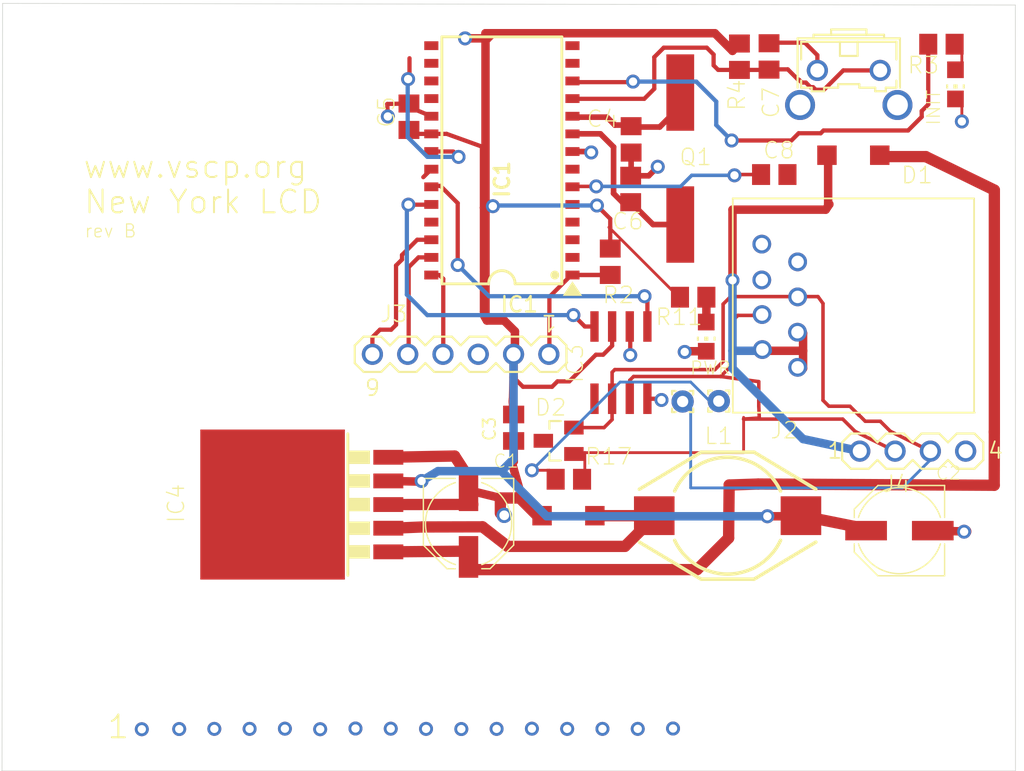
<source format=kicad_pcb>
(kicad_pcb (version 20241229) (generator "pcbnew") (generator_version "9.0")
  (layers (0 "F.Cu" signal) (4 "In1.Cu" signal) (6 "In2.Cu" signal) (8 "In3.Cu" signal) (10 "In4.Cu" signal) (2 "B.Cu" signal) (13 "F.Paste" user) (15 "B.Paste" user) (5 "F.SilkS" user "F.Silkscreen") (7 "B.SilkS" user "B.Silkscreen") (1 "F.Mask" user) (3 "B.Mask" user) (25 "Edge.Cuts" user))
  (net 0 "")
  (net 1 "+12V")
  (net 2 "VREF")
  (net 3 "GND")
  (net 4 "VCC")
  (net 5 "TXCAN")
  (net 6 "N$4")
  (net 7 "N$6")
  (net 8 "RXCAN")
  (net 9 "N$5")
  (net 10 "N$12")
  (net 11 "O1")
  (net 12 "O2")
  (net 13 "O3")
  (net 14 "I2")
  (net 15 "I3")
  (net 16 "N$3")
  (net 17 "N$1")
  (net 18 "N$2")
  (net 19 "N$7")
  (net 20 "I1")
  (net 21 "O4")
  (net 22 "N$20")
  (net 23 "N$8")
  (net 24 "N$9")
  (net 25 "N$10")
  (net 26 "N$11")
  (net 27 "N$13")
  (net 28 "N$14")
  (net 29 "N$15")
  (net 30 "N$16")
  (net 31 "N$17")
  (net 32 "N$18")
  (net 33 "N$19")
  (net 34 "N$21")
  (net 35 "N$22")
  (net 36 "N$23")
  (net 37 "N$24")
  (net 38 "N$25")
  (net 39 "N$28")
  (net 40 "CANL")
  (net 41 "N$29")
  (net 42 "N$30")
  (footprint "new_york_rev_B:1,6_0,8" (layer "F.Cu") (at 163.6383 106.008)
    (property "Reference" "PAD1" (hide yes))
    (property "Value" "")
  )
  (footprint "new_york_rev_B:C0805" (layer "F.Cu") (at 167.6328 89.7001 180)
    (property "Reference" "C8")
    (property "Value" "10 uF" (hide yes))
  )
  (footprint "new_york_rev_B:CHIP-LED0805" (layer "F.Cu") (at 162.7361 101.3686 180)
    (property "Reference" "LED9" (hide yes))
    (property "Value" "red" (hide yes))
  )
  (footprint "new_york_rev_B:C0805" (layer "F.Cu") (at 167.2561 81.1986 -90)
    (property "Reference" "C7")
    (property "Value" "0.1uF" (hide yes))
  )
  (footprint "new_york_rev_B:SOD123" (layer "F.Cu") (at 173.3261 88.3086 180)
    (property "Reference" "D1")
    (property "Value" "S1D" (hide yes))
  )
  (footprint "new_york_rev_B:SO-08" (layer "F.Cu") (at 156.5961 103.2386 180)
    (property "Reference" "IC3")
    (property "Value" "MCP2551SN" (hide yes))
  )
  (footprint "new_york_rev_B:R0805" (layer "F.Cu") (at 165.1261 81.2186 90)
    (property "Reference" "R4")
    (property "Value" "10K" (hide yes))
  )
  (footprint "new_york_rev_B:RJ-45" (layer "F.Cu") (at 175.6661 99.1286 90)
    (property "Reference" "J2")
    (property "Value" "A00-108-220-450" (hide yes))
  )
  (footprint "new_york_rev_B:TO263-5" (layer "F.Cu") (at 134.0601 113.4562 90)
    (property "Reference" "IC4")
    (property "Value" "LM2575S" (hide yes))
  )
  (footprint "new_york_rev_B:C0805" (layer "F.Cu") (at 157.3287 87.1694 90)
    (property "Reference" "C4")
    (property "Value" "15pF" (hide yes))
  )
  (footprint "new_york_rev_B:0805" (layer "F.Cu") (at 148.8725 107.9253 90)
    (property "Reference" "C3")
    (property "Value" "100nF" (hide yes))
  )
  (footprint "new_york_rev_B:1,6_0,8" (layer "F.Cu") (at 161.0364 106.0382)
    (property "Reference" "PAD2" (hide yes))
    (property "Value" "")
  )
  (footprint "new_york_rev_B:MA04-1" (layer "F.Cu") (at 177.5994 109.6106)
    (property "Reference" "J4")
    (property "Value" "")
  )
  (footprint "new_york_rev_B:R0805" (layer "F.Cu") (at 161.7961 98.5286 180)
    (property "Reference" "R11")
    (property "Value" "1K" (hide yes))
  )
  (footprint "new_york_rev_B:9C" (layer "F.Cu") (at 160.8661 88.5386 -90)
    (property "Reference" "Q1")
    (property "Value" "10 MHz" (hide yes))
  )
  (footprint "new_york_rev_B:B3F-31XX" (layer "F.Cu") (at 172.9961 83.4486 180)
    (property "Reference" "S1" (hide yes))
    (property "Value" "")
  )
  (footprint "new_york_rev_B:C0805" (layer "F.Cu") (at 157.2977 90.74 -90)
    (property "Reference" "C6")
    (property "Value" "15pF" (hide yes))
  )
  (footprint "new_york_rev_B:PANASONIC_D" (layer "F.Cu") (at 176.6437 115.3328 180)
    (property "Reference" "C2")
    (property "Value" "330uF" (hide yes))
  )
  (footprint "new_york_rev_B:R0805" (layer "F.Cu") (at 179.6661 80.3186 180)
    (property "Reference" "R3")
    (property "Value" "1K" (hide yes))
  )
  (footprint "new_york_rev_B:SOT23" (layer "F.Cu") (at 152.1093 108.8655 90)
    (property "Reference" "D2")
    (property "Value" "NUP2105L" (hide yes))
  )
  (footprint "new_york_rev_B:MA06-1" (layer "F.Cu") (at 145.0561 102.6386 180)
    (property "Reference" "J3")
    (property "Value" "")
  )
  (footprint "new_york_rev_B:R0805" (layer "F.Cu") (at 155.8261 95.9786 90)
    (property "Reference" "R2")
    (property "Value" "10K" (hide yes))
  )
  (footprint "new_york_rev_B:SOD123" (layer "F.Cu") (at 152.8183 114.2564 180)
    (property "Reference" "UNK1N5819" (hide yes))
    (property "Value" "S1D" (hide yes))
  )
  (footprint "new_york_rev_B:R0805" (layer "F.Cu") (at 152.8472 111.6354 180)
    (property "Reference" "R17")
    (property "Value" "120" (hide yes))
  )
  (footprint "new_york_rev_B:CHIP-LED0805" (layer "F.Cu") (at 180.6761 83.2086 180)
    (property "Reference" "LED1" (hide yes))
    (property "Value" "green" (hide yes))
  )
  (footprint "new_york_rev_B:C0805" (layer "F.Cu") (at 141.3361 85.5386 90)
    (property "Reference" "C5")
    (property "Value" "0.1uF" (hide yes))
  )
  (footprint "new_york_rev_B:DO3316P" (layer "F.Cu") (at 164.2737 114.2564)
    (property "Reference" "L1")
    (property "Value" "330 uH" (hide yes))
  )
  (footprint "new_york_rev_B:PANASONIC_D" (layer "F.Cu") (at 145.6239 114.8244 -90)
    (property "Reference" "C1")
    (property "Value" "100uF" (hide yes))
  )
  (footprint "new_york_rev_B:SO28" (layer "F.Cu") (at 148.0261 88.6786 90)
    (property "Reference" "IC1")
    (property "Value" "PIC18F2580" (hide yes))
  )
  (gr_line (start 184.9961 132.6286) (end 184.9861 77.4986) (stroke (width 0.05)) (layer "Edge.Cuts"))
  (gr_line (start 184.9861 77.4986) (end 112.0861 77.3786) (stroke (width 0.05)) (layer "Edge.Cuts"))
  (gr_line (start 112.0061 132.6286) (end 184.9961 132.6286) (stroke (width 0.05)) (layer "Edge.Cuts"))
  (gr_line (start 112.0861 77.3786) (end 112.0461 132.6186) (stroke (width 0.05)) (layer "Edge.Cuts"))
  (gr_text "New York LCD" (at 117.8625 92.6232 0) (layer "F.SilkS") (effects (font (size 1.63576 1.63576) (thickness 0.14224)) (justify left bottom)))
  (gr_text "PWR" (at 161.5161 104.1786 0) (layer "F.SilkS") (effects (font (size 0.93472 0.93472) (thickness 0.08128)) (justify left bottom)))
  (gr_text "1" (at 119.5437 130.4125 0) (layer "F.SilkS") (effects (font (size 1.63576 1.63576) (thickness 0.14224)) (justify left bottom)))
  (gr_text "www.vscp.org" (at 117.8073 90.0834 0) (layer "F.SilkS") (effects (font (size 1.63576 1.63576) (thickness 0.14224)) (justify left bottom)))
  (gr_text "rev B" (at 117.9301 94.3056 0) (layer "F.SilkS") (effects (font (size 0.93472 0.93472) (thickness 0.08128)) (justify left bottom)))
  (gr_text "INIT" (at 179.6461 86.2186 90) (layer "F.SilkS") (effects (font (size 0.93472 0.93472) (thickness 0.08128)) (justify left bottom)))
  (segment (start 167.1661 102.3886) (end 169.7061 102.3886) (width 0.6096) (layer "F.Cu") (net 1))
  (segment (start 164.6261 97.3086) (end 164.6261 92.2286) (width 0.6096) (layer "F.Cu") (net 1))
  (segment (start 171.4261 88.3086) (end 171.1061 88.3286) (width 0.4064) (layer "F.Cu") (net 1))
  (segment (start 169.7061 101.1186) (end 169.3061 101.0486) (width 0.6096) (layer "F.Cu") (net 1))
  (segment (start 171.7761 88.1286) (end 171.4261 88.3086) (width 0.2032) (layer "F.Cu") (net 1))
  (segment (start 171.3369 92.2286) (end 171.5975 91.8389) (width 0.6096) (layer "F.Cu") (net 1))
  (segment (start 171.5106 88.1906) (end 171.7761 88.1286) (width 0.2032) (layer "F.Cu") (net 1))
  (segment (start 171.5975 91.8389) (end 171.5106 91.8389) (width 0.6096) (layer "F.Cu") (net 1))
  (segment (start 169.7061 102.3886) (end 169.7061 103.6586) (width 0.6096) (layer "F.Cu") (net 1))
  (segment (start 169.7061 103.6586) (end 169.3161 103.5786) (width 0.6096) (layer "F.Cu") (net 1))
  (segment (start 164.6261 92.2286) (end 171.3369 92.2286) (width 0.6096) (layer "F.Cu") (net 1))
  (segment (start 171.5106 91.8389) (end 171.5106 88.1906) (width 0.6096) (layer "F.Cu") (net 1))
  (segment (start 166.7761 102.2986) (end 167.1661 102.3886) (width 0.2032) (layer "F.Cu") (net 1))
  (segment (start 169.7061 102.3886) (end 169.7061 101.1186) (width 0.6096) (layer "F.Cu") (net 1))
  (via (at 164.6261 97.3086) (size 1.0064) (drill 0.6) (layers "F.Cu" "B.Cu") (net 1))
  (segment (start 169.7061 108.7386) (end 173.7894 109.6106) (width 0.6096) (layer "B.Cu") (net 1))
  (segment (start 164.6261 102.3886) (end 164.6261 103.6586) (width 0.6096) (layer "B.Cu") (net 1))
  (segment (start 167.1661 102.3886) (end 166.7761 102.2986) (width 0.6096) (layer "B.Cu") (net 1))
  (segment (start 164.6261 102.3886) (end 167.1661 102.3886) (width 0.6096) (layer "B.Cu") (net 1))
  (segment (start 164.6261 103.6586) (end 169.7061 108.7386) (width 0.6096) (layer "B.Cu") (net 1))
  (segment (start 164.6261 102.3886) (end 164.6261 97.3086) (width 0.6096) (layer "B.Cu") (net 1))
  (segment (start 148.8839 110.3473) (end 148.8725 108.8778) (width 0.6096) (layer "F.Cu") (net 3))
  (segment (start 145.6239 112.4244) (end 147.9161 112.9844) (width 0.6096) (layer "F.Cu") (net 3))
  (segment (start 145.7239 113.0196) (end 145.7571 112.9864) (width 0.6096) (layer "F.Cu") (net 3))
  (segment (start 158.5011 105.8386) (end 159.4261 105.8386) (width 0.3048) (layer "F.Cu") (net 3))
  (segment (start 179.0437 115.3328) (end 181.4203 115.3928) (width 0.6096) (layer "F.Cu") (net 3))
  (segment (start 145.6179 113.5216) (end 145.9095 112.961) (width 0.6096) (layer "F.Cu") (net 3))
  (segment (start 150.7609 114.2564) (end 150.2161 113.7116) (width 0.6096) (layer "F.Cu") (net 3))
  (segment (start 148.7765 110.5421) (end 148.8839 110.3473) (width 0.6096) (layer "F.Cu") (net 3))
  (segment (start 157.2977 89.79) (end 158.5947 89.79) (width 0.4064) (layer "F.Cu") (net 3))
  (segment (start 147.9161 112.9844) (end 149.3111 112.9844) (width 0.8128) (layer "F.Cu") (net 3))
  (segment (start 141.3711 84.8536) (end 142.9461 85.5036) (width 0.3048) (layer "F.Cu") (net 3))
  (segment (start 167.2961 80.2086) (end 169.8361 80.2086) (width 0.3048) (layer "F.Cu") (net 3))
  (segment (start 181.1361 85.8786) (end 181.1361 84.6086) (width 0.2032) (layer "F.Cu") (net 3))
  (segment (start 139.7761 84.6186) (end 141.3361 84.5886) (width 0.3048) (layer "F.Cu") (net 3))
  (segment (start 149.3111 112.4236) (end 148.7765 110.5421) (width 0.6096) (layer "F.Cu") (net 3))
  (segment (start 149.3111 112.9844) (end 149.3111 112.4236) (width 0.6096) (layer "F.Cu") (net 3))
  (segment (start 147.9161 114.0786) (end 148.1955 114.231) (width 0.6096) (layer "F.Cu") (net 3))
  (segment (start 153.1061 88.0436) (end 154.3911 88.0436) (width 0.4064) (layer "F.Cu") (net 3))
  (segment (start 149.3111 112.9844) (end 150.6183 114.2916) (width 0.8128) (layer "F.Cu") (net 3))
  (segment (start 181.1361 84.6086) (end 180.6761 84.2586) (width 0.2032) (layer "F.Cu") (net 3))
  (segment (start 139.8161 85.5186) (end 139.7761 84.6186) (width 0.3048) (layer "F.Cu") (net 3))
  (segment (start 157.2977 89.79) (end 157.3287 89.759) (width 0.4064) (layer "F.Cu") (net 3))
  (segment (start 147.9161 112.9844) (end 147.9161 112.8086) (width 0.254) (layer "F.Cu") (net 3))
  (segment (start 145.6239 112.4244) (end 145.7239 113.0196) (width 0.6096) (layer "F.Cu") (net 3))
  (segment (start 150.6183 114.2916) (end 150.9183 114.2564) (width 0.6096) (layer "F.Cu") (net 3))
  (segment (start 145.9329 112.9844) (end 145.6239 112.4244) (width 0.6096) (layer "F.Cu") (net 3))
  (segment (start 157.2661 102.6986) (end 157.2661 100.6736) (width 0.3048) (layer "F.Cu") (net 3))
  (segment (start 145.9329 112.9844) (end 145.9857 113.0372) (width 0.6096) (layer "F.Cu") (net 3))
  (segment (start 139.8513 113.4562) (end 145.9333 113.4446) (width 0.8128) (layer "F.Cu") (net 3))
  (segment (start 145.7571 112.9864) (end 145.7571 111.7164) (width 0.6096) (layer "F.Cu") (net 3))
  (segment (start 150.7609 114.2564) (end 150.8625 114.358) (width 0.6096) (layer "F.Cu") (net 3))
  (segment (start 145.7239 113.0196) (end 145.6301 113.1134) (width 0.6096) (layer "F.Cu") (net 3))
  (segment (start 159.4261 105.8386) (end 159.5161 105.9286) (width 0.3048) (layer "F.Cu") (net 3))
  (segment (start 170.7355 81.108) (end 170.7355 82.204) (width 0.3048) (layer "F.Cu") (net 3))
  (segment (start 141.3361 84.5886) (end 141.3711 84.8536) (width 0.3048) (layer "F.Cu") (net 3))
  (segment (start 162.7361 102.4186) (end 161.2361 102.4186) (width 0.6096) (layer "F.Cu") (net 3))
  (segment (start 150.9183 114.2564) (end 150.7609 114.2564) (width 0.6096) (layer "F.Cu") (net 3))
  (segment (start 145.7571 111.7164) (end 144.6257 109.9626) (width 0.8128) (layer "F.Cu") (net 3))
  (segment (start 167.2561 80.2486) (end 167.2961 80.2086) (width 0.3048) (layer "F.Cu") (net 3))
  (segment (start 145.9095 112.961) (end 145.9329 112.9844) (width 0.6096) (layer "F.Cu") (net 3))
  (segment (start 157.3287 89.759) (end 157.3287 88.1194) (width 0.4064) (layer "F.Cu") (net 3))
  (segment (start 145.9333 113.4446) (end 145.6179 113.5216) (width 0.6096) (layer "F.Cu") (net 3))
  (segment (start 150.6183 114.2916) (end 150.7101 114.3834) (width 0.6096) (layer "F.Cu") (net 3))
  (segment (start 161.2361 102.4186) (end 161.1861 102.4686) (width 0.6096) (layer "F.Cu") (net 3))
  (segment (start 181.4203 115.3928) (end 181.2961 115.4086) (width 0.8128) (layer "F.Cu") (net 3))
  (segment (start 147.9161 112.9844) (end 147.9161 114.0786) (width 0.8128) (layer "F.Cu") (net 3))
  (segment (start 158.5947 89.79) (end 159.2461 89.1386) (width 0.4064) (layer "F.Cu") (net 3))
  (segment (start 154.3911 88.0436) (end 154.4561 88.1086) (width 0.4064) (layer "F.Cu") (net 3))
  (segment (start 169.8361 80.2086) (end 170.7355 81.108) (width 0.3048) (layer "F.Cu") (net 3))
  (segment (start 157.2661 100.6736) (end 157.2311 100.6386) (width 0.3048) (layer "F.Cu") (net 3))
  (segment (start 157.3287 88.1194) (end 157.2529 88.0436) (width 0.4064) (layer "F.Cu") (net 3))
  (segment (start 144.6257 109.9626) (end 139.8513 110.0526) (width 0.8128) (layer "F.Cu") (net 3))
  (via (at 181.2961 115.4086) (size 1.0064) (drill 0.6) (layers "F.Cu" "B.Cu") (net 3))
  (via (at 161.1861 102.4686) (size 1.0064) (drill 0.6) (layers "F.Cu" "B.Cu") (net 3))
  (via (at 159.5161 105.9286) (size 1.0064) (drill 0.6) (layers "F.Cu" "B.Cu") (net 3))
  (via (at 139.8161 85.5186) (size 1.0064) (drill 0.6) (layers "F.Cu" "B.Cu") (net 3))
  (via (at 181.1361 85.8786) (size 1.0064) (drill 0.6) (layers "F.Cu" "B.Cu") (net 3))
  (via (at 154.4561 88.1086) (size 1.0064) (drill 0.6) (layers "F.Cu" "B.Cu") (net 3))
  (via (at 157.2661 102.6986) (size 1.0064) (drill 0.6) (layers "F.Cu" "B.Cu") (net 3))
  (via (at 148.1955 114.231) (size 1.1064) (drill 0.7) (layers "F.Cu" "B.Cu") (net 3))
  (via (at 159.2461 89.1386) (size 1.0064) (drill 0.6) (layers "F.Cu" "B.Cu") (net 3))
  (segment (start 146.7646 99.896) (end 146.5861 99.5886) (width 0.3048) (layer "F.Cu") (net 4))
  (segment (start 147.3661 79.5286) (end 163.3561 79.5286) (width 0.6096) (layer "F.Cu") (net 4))
  (segment (start 155.3161 102.6686) (end 155.9611 102.0236) (width 0.3048) (layer "F.Cu") (net 4))
  (segment (start 146.9961 79.8986) (end 145.3761 79.8986) (width 0.6096) (layer "F.Cu") (net 4))
  (segment (start 142.1419 111.8044) (end 142.2461 111.7586) (width 0.3048) (layer "F.Cu") (net 4))
  (segment (start 139.8513 111.7544) (end 142.1419 111.8044) (width 0.6096) (layer "F.Cu") (net 4))
  (segment (start 146.7646 99.896) (end 146.8461 99.8486) (width 0.254) (layer "F.Cu") (net 4))
  (segment (start 148.8661 104.2986) (end 149.5461 104.9786) (width 0.3048) (layer "F.Cu") (net 4))
  (segment (start 155.9611 102.0236) (end 155.9611 100.6386) (width 0.3048) (layer "F.Cu") (net 4))
  (segment (start 169.5115 114.2986) (end 169.5537 114.2564) (width 0.3048) (layer "F.Cu") (net 4))
  (segment (start 163.3561 79.5286) (end 164.6261 80.7986) (width 0.6096) (layer "F.Cu") (net 4))
  (segment (start 146.5861 92.0886) (end 146.6961 91.9786) (width 0.3048) (layer "F.Cu") (net 4))
  (segment (start 154.7961 102.6686) (end 155.3161 102.6686) (width 0.3048) (layer "F.Cu") (net 4))
  (segment (start 152.8761 104.5886) (end 154.7961 102.6686) (width 0.3048) (layer "F.Cu") (net 4))
  (segment (start 167.1361 114.2986) (end 169.5115 114.2986) (width 0.6096) (layer "F.Cu") (net 4))
  (segment (start 155.8261 92.8886) (end 155.8261 93.4986) (width 0.3048) (layer "F.Cu") (net 4))
  (segment (start 142.9461 86.7736) (end 142.0511 86.7736) (width 0.3048) (layer "F.Cu") (net 4))
  (segment (start 155.8261 93.4986) (end 155.8261 95.0286) (width 0.3048) (layer "F.Cu") (net 4))
  (segment (start 148.8661 104.2986) (end 148.8271 105.8609) (width 0.6096) (layer "F.Cu") (net 4))
  (segment (start 155.7361 93.4986) (end 160.8161 98.5786) (width 0.2032) (layer "F.Cu") (net 4))
  (segment (start 146.5861 87.6886) (end 144.0511 86.7736) (width 0.3048) (layer "F.Cu") (net 4))
  (segment (start 148.8661 102.6386) (end 148.8661 104.2986) (width 0.6096) (layer "F.Cu") (net 4))
  (segment (start 151.6361 104.9786) (end 152.0261 104.5886) (width 0.3048) (layer "F.Cu") (net 4))
  (segment (start 155.8261 93.4986) (end 155.7361 93.4986) (width 0.2032) (layer "F.Cu") (net 4))
  (segment (start 148.8661 102.6386) (end 148.9661 102.5386) (width 0.3048) (layer "F.Cu") (net 4))
  (segment (start 146.5861 92.0886) (end 146.5861 87.6886) (width 0.3048) (layer "F.Cu") (net 4))
  (segment (start 148.8088 106.0374) (end 148.8725 106.9728) (width 0.6096) (layer "F.Cu") (net 4))
  (segment (start 146.9461 100.2086) (end 146.7646 99.896) (width 0.6096) (layer "F.Cu") (net 4))
  (segment (start 147.3661 79.5286) (end 146.9961 79.8986) (width 0.6096) (layer "F.Cu") (net 4))
  (segment (start 148.8271 105.8609) (end 148.8088 106.0374) (width 0.6096) (layer "F.Cu") (net 4))
  (segment (start 160.8161 98.5786) (end 160.8461 98.5286) (width 0.2032) (layer "F.Cu") (net 4))
  (segment (start 142.0511 86.7736) (end 141.3361 86.4886) (width 0.3048) (layer "F.Cu") (net 4))
  (segment (start 144.0511 86.7736) (end 142.9461 86.7736) (width 0.3048) (layer "F.Cu") (net 4))
  (segment (start 164.6261 80.7986) (end 165.1261 80.2686) (width 0.6096) (layer "F.Cu") (net 4))
  (segment (start 148.9661 100.9886) (end 148.1861 100.2086) (width 0.6096) (layer "F.Cu") (net 4))
  (segment (start 148.9661 102.5386) (end 148.9661 100.9886) (width 0.6096) (layer "F.Cu") (net 4))
  (segment (start 149.5461 104.9786) (end 151.6361 104.9786) (width 0.3048) (layer "F.Cu") (net 4))
  (segment (start 146.8461 79.5286) (end 147.3661 79.5286) (width 0.6096) (layer "F.Cu") (net 4))
  (segment (start 154.8661 91.9286) (end 155.8261 92.8886) (width 0.3048) (layer "F.Cu") (net 4))
  (segment (start 146.8461 99.8486) (end 146.8461 79.5286) (width 0.6096) (layer "F.Cu") (net 4))
  (segment (start 152.0261 104.5886) (end 152.8761 104.5886) (width 0.3048) (layer "F.Cu") (net 4))
  (segment (start 146.5861 99.5886) (end 146.5861 92.0886) (width 0.3048) (layer "F.Cu") (net 4))
  (segment (start 146.6961 91.9786) (end 147.3761 91.9786) (width 0.3048) (layer "F.Cu") (net 4))
  (segment (start 169.5537 114.2564) (end 174.3337 115.2164) (width 0.8128) (layer "F.Cu") (net 4))
  (segment (start 148.1861 100.2086) (end 146.9461 100.2086) (width 0.6096) (layer "F.Cu") (net 4))
  (segment (start 174.3337 115.2164) (end 174.2437 115.3328) (width 0.4064) (layer "F.Cu") (net 4))
  (via (at 142.2461 111.7586) (size 1.0064) (drill 0.6) (layers "F.Cu" "B.Cu") (net 4))
  (via (at 167.1361 114.2986) (size 1.0064) (drill 0.6) (layers "F.Cu" "B.Cu") (net 4))
  (via (at 154.8661 91.9286) (size 1.0064) (drill 0.6) (layers "F.Cu" "B.Cu") (net 4))
  (via (at 145.3761 79.8986) (size 1.0064) (drill 0.6) (layers "F.Cu" "B.Cu") (net 4))
  (via (at 147.3761 91.9786) (size 1.0064) (drill 0.6) (layers "F.Cu" "B.Cu") (net 4))
  (segment (start 143.4261 111.0486) (end 147.9961 111.0486) (width 0.6096) (layer "B.Cu") (net 4))
  (segment (start 151.2461 114.2986) (end 167.1361 114.2986) (width 0.6096) (layer "B.Cu") (net 4))
  (segment (start 147.9961 111.0486) (end 151.2461 114.2986) (width 0.6096) (layer "B.Cu") (net 4))
  (segment (start 145.3761 79.8986) (end 145.3261 79.8486) (width 0.6096) (layer "B.Cu") (net 4))
  (segment (start 147.9961 111.0486) (end 148.8661 110.1786) (width 0.6096) (layer "B.Cu") (net 4))
  (segment (start 148.8661 110.1786) (end 148.8661 102.6386) (width 0.6096) (layer "B.Cu") (net 4))
  (segment (start 142.2461 111.7586) (end 143.4261 111.0486) (width 0.6096) (layer "B.Cu") (net 4))
  (segment (start 147.3761 91.9786) (end 147.4261 91.9286) (width 0.3048) (layer "B.Cu") (net 4))
  (segment (start 147.4261 91.9286) (end 154.8661 91.9286) (width 0.3048) (layer "B.Cu") (net 4))
  (segment (start 158.2961 98.4586) (end 158.5011 98.6636) (width 0.3048) (layer "F.Cu") (net 5))
  (segment (start 144.8461 91.7586) (end 143.6061 90.5186) (width 0.3048) (layer "F.Cu") (net 5))
  (segment (start 158.5011 98.6636) (end 158.5011 100.6386) (width 0.3048) (layer "F.Cu") (net 5))
  (segment (start 143.0111 90.5186) (end 142.9461 90.5836) (width 0.3048) (layer "F.Cu") (net 5))
  (segment (start 144.8461 96.2086) (end 144.8461 91.7586) (width 0.3048) (layer "F.Cu") (net 5))
  (segment (start 143.6061 90.5186) (end 143.0111 90.5186) (width 0.3048) (layer "F.Cu") (net 5))
  (via (at 144.8461 96.2086) (size 1.0064) (drill 0.6) (layers "F.Cu" "B.Cu") (net 5))
  (via (at 158.2961 98.4586) (size 1.0064) (drill 0.6) (layers "F.Cu" "B.Cu") (net 5))
  (segment (start 147.0961 98.4586) (end 158.2961 98.4586) (width 0.3048) (layer "B.Cu") (net 5))
  (segment (start 144.8461 96.2086) (end 147.0961 98.4586) (width 0.3048) (layer "B.Cu") (net 5))
  (segment (start 178.2461 85.5486) (end 178.2461 85.1286) (width 0.3048) (layer "F.Cu") (net 6))
  (segment (start 164.5661 87.2486) (end 168.8661 87.2486) (width 0.3048) (layer "F.Cu") (net 6))
  (segment (start 178.7161 84.6586) (end 178.7161 80.3186) (width 0.3048) (layer "F.Cu") (net 6))
  (segment (start 157.4261 83.0486) (end 157.4661 83.0086) (width 0.3048) (layer "F.Cu") (net 6))
  (segment (start 153.1061 82.9636) (end 153.2111 82.9636) (width 0.3048) (layer "F.Cu") (net 6))
  (segment (start 153.2961 83.0486) (end 157.4261 83.0486) (width 0.3048) (layer "F.Cu") (net 6))
  (segment (start 171.1761 86.5286) (end 177.2661 86.5286) (width 0.3048) (layer "F.Cu") (net 6))
  (segment (start 178.2461 85.1286) (end 178.7161 84.6586) (width 0.3048) (layer "F.Cu") (net 6))
  (segment (start 177.2661 86.5286) (end 178.2461 85.5486) (width 0.3048) (layer "F.Cu") (net 6))
  (segment (start 168.8661 87.2486) (end 169.3861 86.7286) (width 0.3048) (layer "F.Cu") (net 6))
  (segment (start 169.3861 86.7286) (end 170.9761 86.7286) (width 0.3048) (layer "F.Cu") (net 6))
  (segment (start 170.9761 86.7286) (end 171.1761 86.5286) (width 0.3048) (layer "F.Cu") (net 6))
  (segment (start 153.2111 82.9636) (end 153.2961 83.0486) (width 0.3048) (layer "F.Cu") (net 6))
  (via (at 164.5661 87.2486) (size 1.0064) (drill 0.6) (layers "F.Cu" "B.Cu") (net 6))
  (via (at 157.4661 83.0086) (size 1.0064) (drill 0.6) (layers "F.Cu" "B.Cu") (net 6))
  (segment (start 163.4561 86.1386) (end 164.5661 87.2486) (width 0.3048) (layer "B.Cu") (net 6))
  (segment (start 157.4661 83.0086) (end 162.0161 83.0086) (width 0.3048) (layer "B.Cu") (net 6))
  (segment (start 162.0161 83.0086) (end 163.4561 84.4486) (width 0.3048) (layer "B.Cu") (net 6))
  (segment (start 163.4561 84.4486) (end 163.4561 86.1386) (width 0.3048) (layer "B.Cu") (net 6))
  (segment (start 172.6007 82.204) (end 175.2567 82.204) (width 0.3048) (layer "F.Cu") (net 7))
  (segment (start 153.1061 84.2336) (end 153.1211 84.2486) (width 0.3048) (layer "F.Cu") (net 7))
  (segment (start 167.2761 82.1286) (end 168.6061 82.1286) (width 0.3048) (layer "F.Cu") (net 7))
  (segment (start 167.2361 82.1686) (end 167.2561 82.1486) (width 0.3048) (layer "F.Cu") (net 7))
  (segment (start 158.9961 81.2486) (end 159.6761 80.5686) (width 0.3048) (layer "F.Cu") (net 7))
  (segment (start 163.2661 81.8386) (end 163.5961 82.1686) (width 0.3048) (layer "F.Cu") (net 7))
  (segment (start 170.6161 83.5986) (end 171.2061 83.5986) (width 0.3048) (layer "F.Cu") (net 7))
  (segment (start 171.2061 83.5986) (end 172.6007 82.204) (width 0.3048) (layer "F.Cu") (net 7))
  (segment (start 168.6061 82.1286) (end 169.3561 82.8786) (width 0.3048) (layer "F.Cu") (net 7))
  (segment (start 169.6161 83.0786) (end 169.9061 83.0786) (width 0.3048) (layer "F.Cu") (net 7))
  (segment (start 169.3561 82.8786) (end 169.4161 82.8786) (width 0.3048) (layer "F.Cu") (net 7))
  (segment (start 169.4161 82.8786) (end 169.6161 83.0786) (width 0.3048) (layer "F.Cu") (net 7))
  (segment (start 169.9061 83.0786) (end 170.2361 83.4086) (width 0.3048) (layer "F.Cu") (net 7))
  (segment (start 159.6761 80.5686) (end 162.7761 80.5686) (width 0.3048) (layer "F.Cu") (net 7))
  (segment (start 153.1211 84.2486) (end 158.2761 84.2486) (width 0.3048) (layer "F.Cu") (net 7))
  (segment (start 158.2761 84.2486) (end 158.9961 83.5286) (width 0.3048) (layer "F.Cu") (net 7))
  (segment (start 158.9961 83.5286) (end 158.9961 81.2486) (width 0.3048) (layer "F.Cu") (net 7))
  (segment (start 165.1261 82.1686) (end 167.2361 82.1686) (width 0.3048) (layer "F.Cu") (net 7))
  (segment (start 170.2361 83.4086) (end 170.4261 83.4086) (width 0.3048) (layer "F.Cu") (net 7))
  (segment (start 163.5961 82.1686) (end 165.1261 82.1686) (width 0.3048) (layer "F.Cu") (net 7))
  (segment (start 170.4261 83.4086) (end 170.6161 83.5986) (width 0.3048) (layer "F.Cu") (net 7))
  (segment (start 167.2561 82.1486) (end 167.2761 82.1286) (width 0.3048) (layer "F.Cu") (net 7))
  (segment (start 162.7761 80.5686) (end 163.2661 81.0586) (width 0.3048) (layer "F.Cu") (net 7))
  (segment (start 163.2661 81.0586) (end 163.2661 81.8386) (width 0.3048) (layer "F.Cu") (net 7))
  (segment (start 142.9311 91.8686) (end 142.9461 91.8536) (width 0.3048) (layer "F.Cu") (net 8))
  (segment (start 153.9961 100.6386) (end 154.6911 100.6386) (width 0.3048) (layer "F.Cu") (net 8))
  (segment (start 141.2961 91.8686) (end 142.9311 91.8686) (width 0.3048) (layer "F.Cu") (net 8))
  (segment (start 153.1761 99.8186) (end 153.9961 100.6386) (width 0.3048) (layer "F.Cu") (net 8))
  (via (at 141.2961 91.8686) (size 1.0064) (drill 0.6) (layers "F.Cu" "B.Cu") (net 8))
  (via (at 153.1761 99.8186) (size 1.0064) (drill 0.6) (layers "F.Cu" "B.Cu") (net 8))
  (segment (start 141.1861 98.3486) (end 142.6561 99.8186) (width 0.3048) (layer "B.Cu") (net 8))
  (segment (start 141.1861 98.3486) (end 141.1861 91.9786) (width 0.3048) (layer "B.Cu") (net 8))
  (segment (start 142.6561 99.8186) (end 153.1761 99.8186) (width 0.3048) (layer "B.Cu") (net 8))
  (segment (start 141.1861 91.9786) (end 141.2961 91.8686) (width 0.3048) (layer "B.Cu") (net 8))
  (segment (start 181.1361 80.7986) (end 180.6161 80.3186) (width 0.254) (layer "F.Cu") (net 9))
  (segment (start 180.6761 82.1586) (end 181.1361 82.0686) (width 0.2032) (layer "F.Cu") (net 9))
  (segment (start 181.1361 82.0686) (end 181.1361 80.7986) (width 0.2032) (layer "F.Cu") (net 9))
  (segment (start 151.4061 102.6386) (end 151.4461 102.5986) (width 0.3048) (layer "F.Cu") (net 10))
  (segment (start 151.4461 102.5986) (end 151.4461 98.5086) (width 0.3048) (layer "F.Cu") (net 10))
  (segment (start 155.8211 96.9336) (end 153.1061 96.9336) (width 0.3048) (layer "F.Cu") (net 10))
  (segment (start 155.8261 96.9286) (end 155.8211 96.9336) (width 0.3048) (layer "F.Cu") (net 10))
  (segment (start 151.4461 98.5086) (end 153.0261 96.9286) (width 0.3048) (layer "F.Cu") (net 10))
  (segment (start 153.0261 96.9286) (end 155.8261 96.9286) (width 0.3048) (layer "F.Cu") (net 10))
  (segment (start 143.8061 102.6186) (end 143.8061 97.2086) (width 0.3048) (layer "F.Cu") (net 11))
  (segment (start 143.5311 96.9336) (end 142.9461 96.9336) (width 0.3048) (layer "F.Cu") (net 11))
  (segment (start 143.7861 102.6386) (end 143.8061 102.6186) (width 0.3048) (layer "F.Cu") (net 11))
  (segment (start 143.8061 97.2086) (end 143.5311 96.9336) (width 0.3048) (layer "F.Cu") (net 11))
  (segment (start 141.2461 102.6386) (end 141.3161 102.5686) (width 0.3048) (layer "F.Cu") (net 12))
  (segment (start 142.0211 95.6636) (end 142.9461 95.6636) (width 0.3048) (layer "F.Cu") (net 12))
  (segment (start 141.3161 102.5686) (end 141.3161 96.3686) (width 0.3048) (layer "F.Cu") (net 12))
  (segment (start 141.3161 96.3686) (end 142.0211 95.6636) (width 0.3048) (layer "F.Cu") (net 12))
  (segment (start 140.8361 95.8186) (end 140.8361 95.4886) (width 0.3048) (layer "F.Cu") (net 13))
  (segment (start 140.4061 96.2486) (end 140.8361 95.8186) (width 0.3048) (layer "F.Cu") (net 13))
  (segment (start 138.7061 102.6386) (end 138.7061 101.4086) (width 0.3048) (layer "F.Cu") (net 13))
  (segment (start 140.4061 100.5186) (end 140.4061 96.2486) (width 0.3048) (layer "F.Cu") (net 13))
  (segment (start 139.2461 100.8686) (end 140.0561 100.8686) (width 0.3048) (layer "F.Cu") (net 13))
  (segment (start 138.7061 101.4086) (end 139.2461 100.8686) (width 0.3048) (layer "F.Cu") (net 13))
  (segment (start 141.9311 94.3936) (end 142.9461 94.3936) (width 0.3048) (layer "F.Cu") (net 13))
  (segment (start 140.0561 100.8686) (end 140.4061 100.5186) (width 0.3048) (layer "F.Cu") (net 13))
  (segment (start 140.8361 95.4886) (end 141.9311 94.3936) (width 0.3048) (layer "F.Cu") (net 13))
  (segment (start 142.3711 89.8886) (end 142.9461 89.3136) (width 0.3048) (layer "F.Cu") (net 14))
  (segment (start 145.6239 117.2244) (end 146.0781 118.1386) (width 0.4064) (layer "F.Cu") (net 16))
  (segment (start 139.8513 116.8598) (end 145.6393 116.8098) (width 0.8128) (layer "F.Cu") (net 16))
  (segment (start 183.4655 112.0676) (end 183.4754 108.2276) (width 0.8128) (layer "F.Cu") (net 16))
  (segment (start 166.4761 111.9786) (end 183.4655 112.0676) (width 0.8128) (layer "F.Cu") (net 16))
  (segment (start 164.3861 112.0486) (end 166.4761 111.9786) (width 0.8128) (layer "F.Cu") (net 16))
  (segment (start 183.4754 90.8176) (end 178.5361 88.4086) (width 0.8128) (layer "F.Cu") (net 16))
  (segment (start 146.0781 118.1386) (end 162.0761 118.1386) (width 0.8128) (layer "F.Cu") (net 16))
  (segment (start 175.7661 88.3086) (end 175.2261 88.3086) (width 0.4064) (layer "F.Cu") (net 16))
  (segment (start 178.5361 88.4086) (end 175.8661 88.4086) (width 0.8128) (layer "F.Cu") (net 16))
  (segment (start 164.3461 115.8686) (end 164.3861 112.0486) (width 0.8128) (layer "F.Cu") (net 16))
  (segment (start 162.0761 118.1386) (end 164.3461 115.8686) (width 0.8128) (layer "F.Cu") (net 16))
  (segment (start 175.8661 88.4086) (end 175.7661 88.3086) (width 0.4064) (layer "F.Cu") (net 16))
  (segment (start 145.6393 116.8098) (end 145.6239 117.2244) (width 0.4064) (layer "F.Cu") (net 16))
  (segment (start 183.4754 108.2276) (end 183.4754 90.8176) (width 0.8128) (layer "F.Cu") (net 16))
  (segment (start 159.0667 114.2564) (end 159.1175 114.3072) (width 0.6096) (layer "F.Cu") (net 17))
  (segment (start 158.9937 114.3548) (end 158.9937 114.2564) (width 0.6096) (layer "F.Cu") (net 17))
  (segment (start 142.3027 115.0686) (end 146.6319 115.0586) (width 0.8128) (layer "F.Cu") (net 17))
  (segment (start 158.9937 114.2564) (end 159.0667 114.2564) (width 0.6096) (layer "F.Cu") (net 17))
  (segment (start 139.9405 115.2204) (end 139.8135 115.2734) (width 0.6096) (layer "F.Cu") (net 17))
  (segment (start 156.8823 116.4662) (end 158.9937 114.3548) (width 0.8128) (layer "F.Cu") (net 17))
  (segment (start 139.9009 115.1704) (end 142.3027 115.0686) (width 0.8128) (layer "F.Cu") (net 17))
  (segment (start 148.4495 116.4662) (end 156.8823 116.4662) (width 0.8128) (layer "F.Cu") (net 17))
  (segment (start 146.6319 115.0586) (end 148.4495 116.4662) (width 0.8128) (layer "F.Cu") (net 17))
  (segment (start 158.9937 114.2564) (end 154.7183 114.2564) (width 0.8128) (layer "F.Cu") (net 17))
  (segment (start 139.8513 115.158) (end 139.9405 115.2204) (width 0.6096) (layer "F.Cu") (net 17))
  (segment (start 139.9405 115.2204) (end 139.9009 115.1704) (width 0.8128) (layer "F.Cu") (net 17))
  (segment (start 155.5861 85.5686) (end 156.1561 86.1386) (width 0.4064) (layer "F.Cu") (net 18))
  (segment (start 153.1061 85.5036) (end 153.1711 85.5686) (width 0.4064) (layer "F.Cu") (net 18))
  (segment (start 157.2479 86.1386) (end 157.3287 86.2194) (width 0.4064) (layer "F.Cu") (net 18))
  (segment (start 156.1561 86.1386) (end 156.8061 86.1386) (width 0.4064) (layer "F.Cu") (net 18))
  (segment (start 156.8061 86.1386) (end 156.9461 86.2786) (width 0.4064) (layer "F.Cu") (net 18))
  (segment (start 159.3861 86.2786) (end 160.8661 84.7986) (width 0.4064) (layer "F.Cu") (net 18))
  (segment (start 156.9461 86.2786) (end 159.3861 86.2786) (width 0.4064) (layer "F.Cu") (net 18))
  (segment (start 156.8061 86.1386) (end 157.2479 86.1386) (width 0.4064) (layer "F.Cu") (net 18))
  (segment (start 153.1711 85.5686) (end 155.5861 85.5686) (width 0.4064) (layer "F.Cu") (net 18))
  (segment (start 160.8661 84.7986) (end 160.8661 83.7986) (width 0.4064) (layer "F.Cu") (net 18))
  (segment (start 157.2977 91.69) (end 158.9063 93.2986) (width 0.4064) (layer "F.Cu") (net 19))
  (segment (start 157.2977 91.69) (end 156.6975 91.69) (width 0.4064) (layer "F.Cu") (net 19))
  (segment (start 158.9063 93.2986) (end 160.8661 93.2986) (width 0.4064) (layer "F.Cu") (net 19))
  (segment (start 156.0661 87.7186) (end 155.1161 86.7686) (width 0.4064) (layer "F.Cu") (net 19))
  (segment (start 155.1161 86.7686) (end 153.1111 86.7686) (width 0.4064) (layer "F.Cu") (net 19))
  (segment (start 156.0661 91.0586) (end 156.0661 87.7186) (width 0.4064) (layer "F.Cu") (net 19))
  (segment (start 156.6975 91.69) (end 156.0661 91.0586) (width 0.4064) (layer "F.Cu") (net 19))
  (segment (start 153.1111 86.7686) (end 153.1061 86.7736) (width 0.4064) (layer "F.Cu") (net 19))
  (segment (start 141.2761 82.8286) (end 141.2761 82.8886) (width 0.3048) (layer "F.Cu") (net 20))
  (segment (start 141.2761 82.8886) (end 141.3761 82.9886) (width 0.3048) (layer "F.Cu") (net 20))
  (segment (start 144.9061 88.4286) (end 144.5211 88.0436) (width 0.3048) (layer "F.Cu") (net 20))
  (segment (start 144.5211 88.0436) (end 142.9461 88.0436) (width 0.3048) (layer "F.Cu") (net 20))
  (segment (start 141.3761 82.9886) (end 141.3761 81.3286) (width 0.3048) (layer "F.Cu") (net 20))
  (via (at 141.2761 82.8286) (size 1.0064) (drill 0.6) (layers "F.Cu" "B.Cu") (net 20))
  (via (at 144.9061 88.4286) (size 1.0064) (drill 0.6) (layers "F.Cu" "B.Cu") (net 20))
  (segment (start 141.2461 87.0086) (end 142.6661 88.4286) (width 0.3048) (layer "B.Cu") (net 20))
  (segment (start 142.6661 88.4286) (end 144.9061 88.4286) (width 0.3048) (layer "B.Cu") (net 20))
  (segment (start 141.2461 87.0086) (end 141.2461 82.8586) (width 0.3048) (layer "B.Cu") (net 20))
  (segment (start 141.2461 82.8586) (end 141.2761 82.8286) (width 0.3048) (layer "B.Cu") (net 20))
  (segment (start 162.7361 100.3186) (end 162.7461 100.3086) (width 0.6096) (layer "F.Cu") (net 22))
  (segment (start 162.7461 100.3086) (end 162.7461 98.5286) (width 0.6096) (layer "F.Cu") (net 22))
  (via (at 122.1061 129.6286) (size 1.0064) (drill 0.6) (layers "F.Cu" "B.Cu") (net 23))
  (via (at 124.7989 129.615) (size 1.0064) (drill 0.6) (layers "F.Cu" "B.Cu") (net 24))
  (via (at 127.3261 129.6021) (size 1.0064) (drill 0.6) (layers "F.Cu" "B.Cu") (net 25))
  (via (at 129.8661 129.6021) (size 1.0064) (drill 0.6) (layers "F.Cu" "B.Cu") (net 26))
  (via (at 132.4061 129.5893) (size 1.0064) (drill 0.6) (layers "F.Cu" "B.Cu") (net 27))
  (via (at 134.9461 129.6277) (size 1.0064) (drill 0.6) (layers "F.Cu" "B.Cu") (net 28))
  (via (at 137.4861 129.5765) (size 1.0064) (drill 0.6) (layers "F.Cu" "B.Cu") (net 29))
  (via (at 140.0261 129.5893) (size 1.0064) (drill 0.6) (layers "F.Cu" "B.Cu") (net 30))
  (via (at 142.5661 129.6021) (size 1.0064) (drill 0.6) (layers "F.Cu" "B.Cu") (net 31))
  (via (at 145.1061 129.6149) (size 1.0064) (drill 0.6) (layers "F.Cu" "B.Cu") (net 32))
  (via (at 147.6461 129.6021) (size 1.0064) (drill 0.6) (layers "F.Cu" "B.Cu") (net 33))
  (via (at 150.1861 129.5893) (size 1.0064) (drill 0.6) (layers "F.Cu" "B.Cu") (net 34))
  (via (at 152.7261 129.6021) (size 1.0064) (drill 0.6) (layers "F.Cu" "B.Cu") (net 35))
  (via (at 155.2661 129.6021) (size 1.0064) (drill 0.6) (layers "F.Cu" "B.Cu") (net 36))
  (via (at 157.8061 129.6021) (size 1.0064) (drill 0.6) (layers "F.Cu" "B.Cu") (net 37))
  (via (at 160.3461 129.5764) (size 1.0064) (drill 0.6) (layers "F.Cu" "B.Cu") (net 38))
  (segment (start 164.8234 89.7001) (end 166.6828 89.7001) (width 0.254) (layer "F.Cu") (net 39))
  (segment (start 164.7669 89.7566) (end 164.8234 89.7001) (width 0.254) (layer "F.Cu") (net 39))
  (segment (start 153.1061 90.5836) (end 153.1368 90.5529) (width 0.254) (layer "F.Cu") (net 39))
  (segment (start 153.1368 90.5529) (end 154.8169 90.5529) (width 0.254) (layer "F.Cu") (net 39))
  (via (at 164.7669 89.7566) (size 1.0064) (drill 0.6) (layers "F.Cu" "B.Cu") (net 39))
  (via (at 154.8169 90.5529) (size 1.0064) (drill 0.6) (layers "F.Cu" "B.Cu") (net 39))
  (segment (start 161.6918 89.7566) (end 164.7669 89.7566) (width 0.254) (layer "B.Cu") (net 39))
  (segment (start 154.8169 90.5529) (end 160.8955 90.5529) (width 0.254) (layer "B.Cu") (net 39))
  (segment (start 160.8955 90.5529) (end 161.6918 89.7566) (width 0.254) (layer "B.Cu") (net 39))
  (segment (start 170.7803 98.4872) (end 171.141 98.9832) (width 0.254) (layer "F.Cu") (net 40))
  (segment (start 155.3829 107.9155) (end 155.9585 107.3399) (width 0.254) (layer "F.Cu") (net 40))
  (segment (start 173.7333 107.0326) (end 173.7556 107.0326) (width 0.254) (layer "F.Cu") (net 40))
  (segment (start 173.7556 107.0326) (end 174.184 107.461) (width 0.254) (layer "F.Cu") (net 40))
  (segment (start 155.9585 105.8412) (end 155.9611 105.8386) (width 0.254) (layer "F.Cu") (net 40))
  (segment (start 174.184 107.461) (end 175.2658 107.461) (width 0.254) (layer "F.Cu") (net 40))
  (segment (start 155.9611 105.8386) (end 155.9611 103.9314) (width 0.254) (layer "F.Cu") (net 40))
  (segment (start 153.2093 107.9155) (end 155.3829 107.9155) (width 0.254) (layer "F.Cu") (net 40))
  (segment (start 169.3161 98.5086) (end 169.43 98.4872) (width 0.254) (layer "F.Cu") (net 40))
  (segment (start 175.9861 108.1813) (end 178.8694 109.6106) (width 0.254) (layer "F.Cu") (net 40))
  (segment (start 169.2947 98.4872) (end 169.3161 98.5086) (width 0.254) (layer "F.Cu") (net 40))
  (segment (start 169.43 98.4872) (end 170.7803 98.4872) (width 0.254) (layer "F.Cu") (net 40))
  (segment (start 163.9507 103.1545) (end 163.9507 99.0282) (width 0.254) (layer "F.Cu") (net 40))
  (segment (start 164.4917 98.4872) (end 169.2947 98.4872) (width 0.254) (layer "F.Cu") (net 40))
  (segment (start 155.9611 103.9314) (end 156.1518 103.7407) (width 0.254) (layer "F.Cu") (net 40))
  (segment (start 156.1518 103.7407) (end 163.3645 103.7407) (width 0.254) (layer "F.Cu") (net 40))
  (segment (start 163.3645 103.7407) (end 163.9507 103.1545) (width 0.254) (layer "F.Cu") (net 40))
  (segment (start 173.0794 106.3787) (end 173.7333 107.0326) (width 0.254) (layer "F.Cu") (net 40))
  (segment (start 171.5694 106.3787) (end 173.0794 106.3787) (width 0.254) (layer "F.Cu") (net 40))
  (segment (start 175.2658 107.461) (end 175.9861 108.1813) (width 0.254) (layer "F.Cu") (net 40))
  (segment (start 171.141 98.9832) (end 171.141 105.9503) (width 0.254) (layer "F.Cu") (net 40))
  (segment (start 171.141 105.9503) (end 171.5694 106.3787) (width 0.254) (layer "F.Cu") (net 40))
  (segment (start 155.9585 107.3399) (end 155.9585 105.8412) (width 0.254) (layer "F.Cu") (net 40))
  (segment (start 163.9507 99.0282) (end 164.4917 98.4872) (width 0.254) (layer "F.Cu") (net 40))
  (segment (start 161.6161 112.2586) (end 161.6161 105.9086) (width 0.2032) (layer "B.Cu") (net 40))
  (segment (start 176.8561 112.2586) (end 161.6161 112.2586) (width 0.2032) (layer "B.Cu") (net 40))
  (segment (start 178.8694 109.6106) (end 179.3961 109.7186) (width 0.2032) (layer "B.Cu") (net 40))
  (segment (start 161.6161 105.9086) (end 161.0364 106.0382) (width 0.2032) (layer "B.Cu") (net 40))
  (segment (start 179.3961 109.7186) (end 176.8561 112.2586) (width 0.2032) (layer "B.Cu") (net 40))
  (segment (start 166.6947 99.84) (end 166.7561 99.7786) (width 0.254) (layer "F.Cu") (net 41))
  (segment (start 166.5175 104.6074) (end 163.7702 104.2367) (width 0.254) (layer "F.Cu") (net 41))
  (segment (start 153.9961 110.9886) (end 153.7972 111.6354) (width 0.2032) (layer "F.Cu") (net 41))
  (segment (start 164.5142 103.4927) (end 164.5142 100.3359) (width 0.254) (layer "F.Cu") (net 41))
  (segment (start 165.0101 99.84) (end 166.6947 99.84) (width 0.254) (layer "F.Cu") (net 41))
  (segment (start 165.4261 107.3032) (end 172.561 107.3032) (width 0.254) (layer "F.Cu") (net 41))
  (segment (start 157.5042 104.2367) (end 157.2311 104.5098) (width 0.254) (layer "F.Cu") (net 41))
  (segment (start 165.4261 107.3032) (end 166.5578 107.2253) (width 0.254) (layer "F.Cu") (net 41))
  (segment (start 164.5142 100.3359) (end 165.0101 99.84) (width 0.254) (layer "F.Cu") (net 41))
  (segment (start 163.7702 104.2367) (end 164.5142 103.4927) (width 0.254) (layer "F.Cu") (net 41))
  (segment (start 152.7261 109.7186) (end 153.9961 109.7186) (width 0.2032) (layer "F.Cu") (net 41))
  (segment (start 153.9961 109.7186) (end 153.9961 110.9886) (width 0.2032) (layer "F.Cu") (net 41))
  (segment (start 165.4261 109.7186) (end 165.4261 107.3032) (width 0.2032) (layer "F.Cu") (net 41))
  (segment (start 166.5578 107.2253) (end 166.5175 106.3664) (width 0.254) (layer "F.Cu") (net 41))
  (segment (start 153.9961 109.7186) (end 165.4261 109.7186) (width 0.2032) (layer "F.Cu") (net 41))
  (segment (start 153.2093 109.8155) (end 152.7261 109.7186) (width 0.2032) (layer "F.Cu") (net 41))
  (segment (start 165.4261 107.3032) (end 165.4261 107.1786) (width 0.2032) (layer "F.Cu") (net 41))
  (segment (start 166.5175 106.3664) (end 166.5175 104.6074) (width 0.254) (layer "F.Cu") (net 41))
  (segment (start 157.2311 104.5098) (end 157.2311 105.8386) (width 0.254) (layer "F.Cu") (net 41))
  (segment (start 172.561 107.3032) (end 173.4461 108.1883) (width 0.254) (layer "F.Cu") (net 41))
  (segment (start 163.7702 104.2367) (end 157.5042 104.2367) (width 0.254) (layer "F.Cu") (net 41))
  (segment (start 173.4461 108.1883) (end 176.3294 109.6106) (width 0.254) (layer "F.Cu") (net 41))
  (segment (start 151.4561 110.9886) (end 150.1861 110.9886) (width 0.2032) (layer "F.Cu") (net 42))
  (segment (start 151.8972 111.6354) (end 151.4561 110.9886) (width 0.2032) (layer "F.Cu") (net 42))
  (via (at 150.1861 110.9886) (size 1.0064) (drill 0.6) (layers "F.Cu" "B.Cu") (net 42))
  (segment (start 156.5361 104.6386) (end 161.6161 104.6386) (width 0.2032) (layer "B.Cu") (net 42))
  (segment (start 161.6161 104.6386) (end 162.8861 105.9086) (width 0.2032) (layer "B.Cu") (net 42))
  (segment (start 150.1861 110.9886) (end 156.5361 104.6386) (width 0.2032) (layer "B.Cu") (net 42))
  (segment (start 162.8861 105.9086) (end 163.6383 106.008) (width 0.2032) (layer "B.Cu") (net 42))
)
</source>
